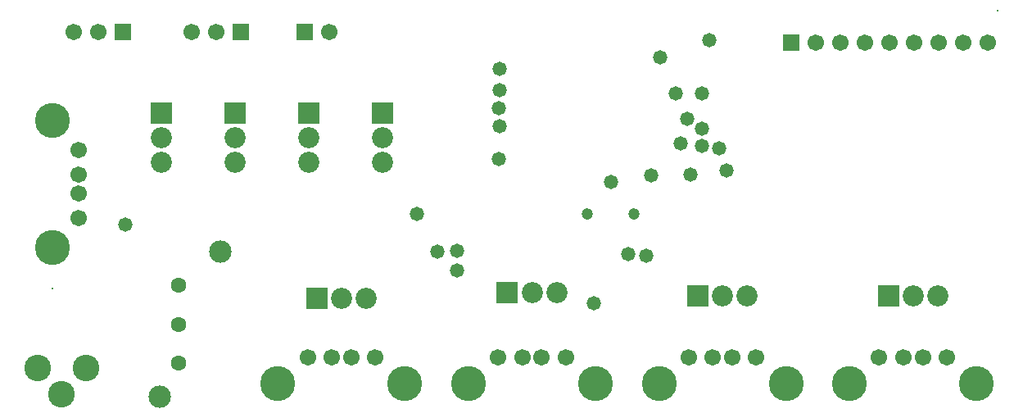
<source format=gbs>
G04*
G04 #@! TF.GenerationSoftware,Altium Limited,Altium Designer,18.1.7 (191)*
G04*
G04 Layer_Color=16711935*
%FSLAX23Y23*%
%MOIN*%
G70*
G01*
G75*
%ADD22R,0.086X0.086*%
%ADD23C,0.086*%
%ADD24R,0.086X0.086*%
%ADD25C,0.063*%
%ADD26C,0.091*%
%ADD27R,0.067X0.067*%
%ADD28C,0.067*%
%ADD29C,0.108*%
%ADD30C,0.047*%
%ADD31C,0.142*%
%ADD32C,0.008*%
%ADD33C,0.058*%
D22*
X645Y1280D02*
D03*
X945D02*
D03*
X1245D02*
D03*
X1545D02*
D03*
D23*
X645Y1180D02*
D03*
Y1080D02*
D03*
X945Y1180D02*
D03*
Y1080D02*
D03*
X1245Y1180D02*
D03*
Y1080D02*
D03*
X1545Y1180D02*
D03*
Y1080D02*
D03*
X3706Y535D02*
D03*
X3806D02*
D03*
X2930Y535D02*
D03*
X3031D02*
D03*
X2155Y550D02*
D03*
X2255D02*
D03*
X1379Y525D02*
D03*
X1480D02*
D03*
D24*
X3605Y535D02*
D03*
X2830Y535D02*
D03*
X2054Y550D02*
D03*
X1279Y525D02*
D03*
D25*
X715Y263D02*
D03*
Y578D02*
D03*
Y420D02*
D03*
D26*
X640Y125D02*
D03*
X888Y716D02*
D03*
D27*
X1230Y1610D02*
D03*
X970Y1610D02*
D03*
X490D02*
D03*
X3210Y1565D02*
D03*
D28*
X1330Y1610D02*
D03*
X870Y1610D02*
D03*
X770D02*
D03*
X390D02*
D03*
X290D02*
D03*
X3843Y285D02*
D03*
X3745D02*
D03*
X3666D02*
D03*
X3568D02*
D03*
X3068D02*
D03*
X2970D02*
D03*
X2891D02*
D03*
X2792D02*
D03*
X2293D02*
D03*
X2194D02*
D03*
X2115D02*
D03*
X2017D02*
D03*
X1517D02*
D03*
X1419D02*
D03*
X1340D02*
D03*
X1242D02*
D03*
X310Y853D02*
D03*
Y951D02*
D03*
Y1030D02*
D03*
Y1128D02*
D03*
X3410Y1565D02*
D03*
X3510D02*
D03*
X3610D02*
D03*
X3710D02*
D03*
X3810D02*
D03*
X3910D02*
D03*
X4010D02*
D03*
X3310D02*
D03*
D29*
X340Y241D02*
D03*
X143D02*
D03*
X240Y135D02*
D03*
D30*
X2571Y870D02*
D03*
X2379D02*
D03*
D31*
X3964Y178D02*
D03*
X3447D02*
D03*
X3189D02*
D03*
X2672D02*
D03*
X2413D02*
D03*
X1896D02*
D03*
X1638D02*
D03*
X1121D02*
D03*
X203Y732D02*
D03*
Y1249D02*
D03*
D32*
X4050Y1695D02*
D03*
X203Y565D02*
D03*
D33*
X2740Y1360D02*
D03*
X2020Y1091D02*
D03*
X2022Y1225D02*
D03*
X2875Y1575D02*
D03*
X2845Y1360D02*
D03*
X2640Y1025D02*
D03*
X2760Y1155D02*
D03*
X2915Y1135D02*
D03*
X2945Y1045D02*
D03*
X2845Y1215D02*
D03*
X2785Y1255D02*
D03*
X2800Y1030D02*
D03*
X2845Y1147D02*
D03*
X2620Y700D02*
D03*
X2475Y1000D02*
D03*
X2545Y705D02*
D03*
X2405Y505D02*
D03*
X1850Y640D02*
D03*
X2020Y1300D02*
D03*
X501Y825D02*
D03*
X1850Y720D02*
D03*
X2675Y1505D02*
D03*
X1771Y716D02*
D03*
X1685Y870D02*
D03*
X2022Y1372D02*
D03*
Y1460D02*
D03*
M02*

</source>
